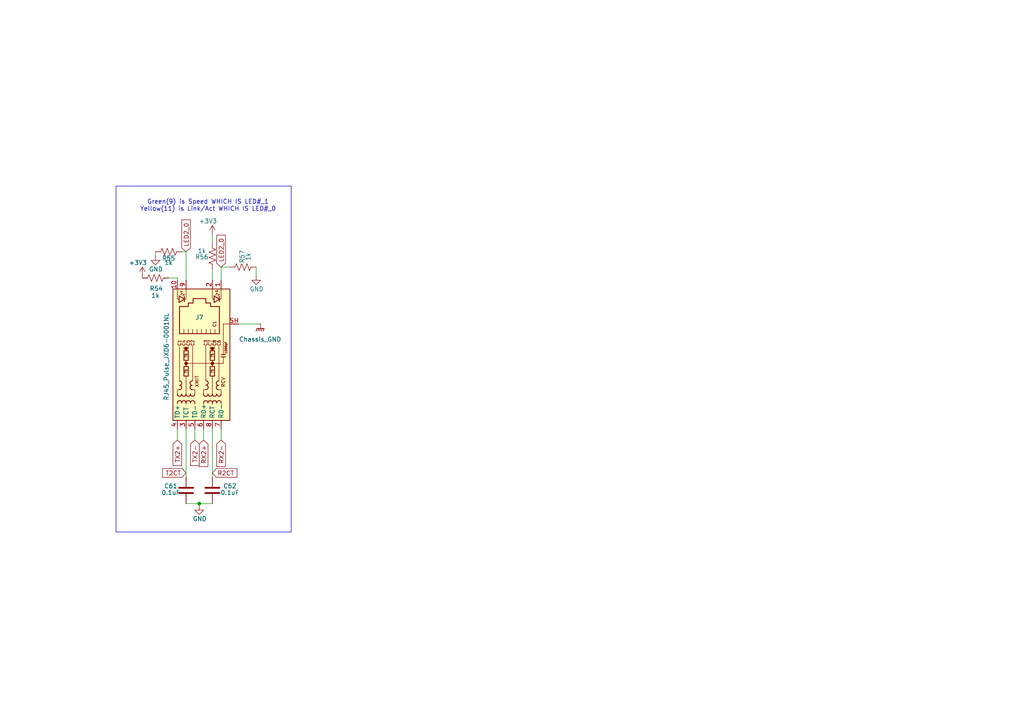
<source format=kicad_sch>
(kicad_sch (version 20250114) (generator "eeschema") (generator_version "9.0")
  (paper "A4")
  (title_block (date "2025-04-01") (rev "1") (company "Bronco Space") (comment 1 "SCALES") (comment 2 "By John Pollak"))
  (lib_symbols
    (symbol "Connector:RJ45_Pulse_JXD6-0001NL"
      (property "Reference" "J" (at 17.78 10.16 0))
      (property "Value" "RJ45_Pulse_JXD6-0001NL" (at -6.35 10.16 0))
      (symbol "RJ45_Pulse_JXD6-0001NL_0_0"
        (circle (center -1.27 5.08) (radius 0.0001) (stroke (width 0.508)))
        (polyline (pts (xy -1.27 5.08) (xy -1.27 -5.715)))
        (circle (center -1.27 -2.54) (radius 0.0001) (stroke (width 0.508)))
        (polyline (pts (xy 0.635 -5.08) (xy 0.635 -6.35)) (stroke (width 0.254)))
        (polyline (pts (xy 1.27 -5.08) (xy 1.27 -6.35)) (stroke (width 0.254)))
        (polyline (pts (xy 3.048 5.08) (xy 2.54 5.08)))
        (circle (center 3.048 5.08) (radius 0.0001) (stroke (width 0.508)))
        (polyline (pts (xy 3.048 -2.54) (xy 2.54 -2.54)))
        (circle (center 3.048 -2.54) (radius 0.0001) (stroke (width 0.508)))
        (polyline (pts (xy 3.683 5.715) (xy 3.048 5.715) (xy 3.048 4.445) (xy 3.683 4.445)))
        (polyline (pts (xy 3.683 -1.905) (xy 3.048 -1.905) (xy 3.048 -3.175) (xy 3.683 -3.175)))
        (polyline (pts (xy 17.399 7.112) (xy 17.399 7.62) (xy 20.32 7.62)))
        (polyline (pts (xy 17.399 -3.048) (xy 17.399 -2.54) (xy 20.32 -2.54)))
        (polyline (pts (xy 20.32 5.08) (xy 17.399 5.08) (xy 17.399 5.588)))
        (polyline (pts (xy 20.32 -5.08) (xy 17.399 -5.08) (xy 17.399 -4.572)))
        (text "XMIT" (at -8.255 1.905 0) (effects (font (size 1.016 1.016)) (justify left)))
        (text "RCV" (at -8.255 -5.715 0) (effects (font (size 1.016 1.016)) (justify left)))
        (text "C1" (at 4.699 6.985 0) (effects (font (size 0.889 0.889))))
        (text "C4" (at 4.699 5.715 0) (effects (font (size 0.889 0.889))))
        (text "C5" (at 4.699 4.445 0) (effects (font (size 0.889 0.889))))
        (text "C2" (at 4.699 3.175 0) (effects (font (size 0.889 0.889))))
        (text "C3" (at 4.699 -0.635 0) (effects (font (size 0.889 0.889))))
        (text "C7" (at 4.699 -1.905 0) (effects (font (size 0.889 0.889))))
        (text "C8" (at 4.699 -3.175 0) (effects (font (size 0.889 0.889))))
        (text "C6" (at 4.699 -4.445 0) (effects (font (size 0.889 0.889))))
        (text "C1" (at 10.16 -3.175 0) (effects (font (size 0.889 0.889))))
      )
      (symbol "RJ45_Pulse_JXD6-0001NL_0_1"
        (rectangle (start -17.78 8.89) (end 20.32 -7.62) (stroke (width 0.254)) (fill (type background)))
        (polyline (pts (xy -12.7 7.62) (xy -13.081 7.62)))
        (polyline (pts (xy -12.7 5.08) (xy -13.081 5.08)))
        (polyline (pts (xy -12.7 2.54) (xy -13.081 2.54)))
        (polyline (pts (xy -12.7 0) (xy -13.081 0)))
        (polyline (pts (xy -12.7 -2.54) (xy -13.081 -2.54)))
        (polyline (pts (xy -12.7 -5.08) (xy -13.081 -5.08)))
        (polyline (pts (xy -10.16 7.62) (xy -8.89 7.62) (xy -8.89 6.985)))
        (polyline (pts (xy -10.16 0) (xy -8.89 0) (xy -8.89 -0.635)))
        (polyline (pts (xy -8.89 3.175) (xy -8.89 2.54) (xy -10.16 2.54)))
        (polyline (pts (xy -8.89 -4.445) (xy -8.89 -5.08) (xy -10.16 -5.08)))
        (polyline (pts (xy -6.35 6.985) (xy 3.683 6.985)))
        (polyline (pts (xy -6.35 3.175) (xy 3.683 3.175)))
        (polyline (pts (xy -6.35 -4.445) (xy 3.683 -4.445)))
        (polyline (pts (xy -6.223 -0.635) (xy 3.683 -0.635)))
        (polyline (pts (xy -5.08 -2.54) (xy -10.16 -2.54)))
        (polyline (pts (xy -4.953 5.08) (xy -10.16 5.08)))
        (polyline (pts (xy -2.159 5.08) (xy -0.381 5.08)))
        (polyline (pts (xy -2.159 -2.54) (xy -0.381 -2.54)))
        (polyline (pts (xy 0.635 -5.715) (xy -1.27 -5.715)))
        (polyline (pts (xy 7.366 3.175) (xy 8.636 3.175)))
        (polyline (pts (xy 7.366 1.905) (xy 8.636 1.905)))
        (polyline (pts (xy 7.366 0.635) (xy 8.636 0.635)))
        (polyline (pts (xy 7.366 -0.762) (xy 8.636 -0.762)))
        (polyline (pts (xy 7.366 -2.032) (xy 8.636 -2.032)))
        (polyline (pts (xy 8.636 5.715) (xy 7.366 5.715)))
        (polyline (pts (xy 8.636 4.445) (xy 7.366 4.445)))
        (polyline (pts (xy 8.636 -3.302) (xy 7.366 -3.302)))
        (polyline (pts (xy 10.16 -5.715) (xy 1.27 -5.715)))
        (polyline (pts (xy 10.16 -5.715) (xy 10.16 -7.62)))
      )
      (symbol "RJ45_Pulse_JXD6-0001NL_1_0"
        (text "1000pF" (at 3.302 -6.477 0) (effects (font (size 0.635 0.635))))
      )
      (symbol "RJ45_Pulse_JXD6-0001NL_1_1"
        (arc (start -12.7 0) (mid -12.0677 -0.635) (end -12.7 -1.27) (stroke (width 0.254)))
        (arc (start -12.6973 7.62) (mid -12.065 6.985) (end -12.6973 6.35) (stroke (width 0.254)))
        (arc (start -12.6973 -1.27) (mid -12.065 -1.905) (end -12.6973 -2.54) (stroke (width 0.254)))
        (arc (start -12.6973 -2.54) (mid -12.065 -3.175) (end -12.6973 -3.81) (stroke (width 0.254)))
        (arc (start -12.6973 -3.81) (mid -12.065 -4.445) (end -12.6973 -5.08) (stroke (width 0.254)))
        (arc (start -12.6946 6.35) (mid -12.0623 5.715) (end -12.6946 5.08) (stroke (width 0.254)))
        (arc (start -12.6946 5.08) (mid -12.0623 4.445) (end -12.6946 3.81) (stroke (width 0.254)))
        (arc (start -12.6946 3.81) (mid -12.0623 3.175) (end -12.6946 2.54) (stroke (width 0.254)))
        (arc (start -10.1654 6.35) (mid -10.7977 6.985) (end -10.1654 7.62) (stroke (width 0.254)))
        (arc (start -10.1654 5.08) (mid -10.7977 5.715) (end -10.1654 6.35) (stroke (width 0.254)))
        (arc (start -10.1654 3.81) (mid -10.7977 4.445) (end -10.1654 5.08) (stroke (width 0.254)))
        (arc (start -10.1654 -1.27) (mid -10.7977 -0.635) (end -10.1654 0) (stroke (width 0.254)))
        (arc (start -10.1654 -2.54) (mid -10.7977 -1.905) (end -10.1654 -1.27) (stroke (width 0.254)))
        (arc (start -10.1654 -3.81) (mid -10.7977 -3.175) (end -10.1654 -2.54) (stroke (width 0.254)))
        (arc (start -10.1627 2.54) (mid -10.795 3.175) (end -10.1627 3.81) (stroke (width 0.254)))
        (arc (start -10.1627 -5.08) (mid -10.795 -4.445) (end -10.1627 -3.81) (stroke (width 0.254)))
        (arc (start -7.62 6.9823) (mid -8.255 6.35) (end -8.89 6.9823) (stroke (width 0.254)))
        (arc (start -8.89 3.3047) (mid -8.255 3.937) (end -7.62 3.3047) (stroke (width 0.254)))
        (arc (start -8.89 -4.3153) (mid -8.255 -3.683) (end -7.62 -4.3153) (stroke (width 0.254)))
        (arc (start -7.5565 -0.7012) (mid -8.1915 -1.3335) (end -8.8265 -0.7012) (stroke (width 0.254)))
        (arc (start -6.35 6.985) (mid -6.985 6.3527) (end -7.62 6.985) (stroke (width 0.254)))
        (arc (start -7.62 3.3074) (mid -6.985 3.9397) (end -6.35 3.3074) (stroke (width 0.254)))
        (arc (start -7.62 -4.3126) (mid -6.985 -3.6803) (end -6.35 -4.3126) (stroke (width 0.254)))
        (arc (start -6.2865 -0.6985) (mid -6.9215 -1.3308) (end -7.5565 -0.6985) (stroke (width 0.254)))
        (rectangle (start -4.953 5.715) (end -2.159 4.445) (stroke (width 0.254)))
        (rectangle (start -4.953 -1.905) (end -2.159 -3.175) (stroke (width 0.254)))
        (rectangle (start -0.381 5.715) (end 2.413 4.445) (stroke (width 0.254)))
        (rectangle (start -0.381 -1.905) (end 2.413 -3.175) (stroke (width 0.254)))
        (polyline (pts (xy 7.366 -4.572) (xy 7.366 6.985) (xy 15.24 6.985) (xy 15.24 4.445) (xy 16.256 4.445) (xy 16.256 3.048) (xy 17.526 3.048) (xy 17.526 -0.635) (xy 16.256 -0.635) (xy 16.256 -2.032) (xy 15.24 -2.032) (xy 15.24 -4.572) (xy 7.366 -4.572)) (stroke (width 0.254)))
        (polyline (pts (xy 18.161 5.588) (xy 16.637 5.588)) (stroke (width 0.254)))
        (polyline (pts (xy 18.161 -4.572) (xy 16.637 -4.572)) (stroke (width 0.254)))
        (polyline (pts (xy 18.288 7.112) (xy 16.383 7.112) (xy 17.399 5.588) (xy 18.288 7.112)) (stroke (width 0.254)))
        (polyline (pts (xy 18.288 6.096) (xy 18.796 5.588) (xy 18.542 5.588)))
        (polyline (pts (xy 18.288 -3.048) (xy 16.383 -3.048) (xy 17.399 -4.572) (xy 18.288 -3.048)) (stroke (width 0.254)))
        (polyline (pts (xy 18.288 -4.064) (xy 18.796 -4.572) (xy 18.542 -4.572)))
        (polyline (pts (xy 18.542 6.731) (xy 19.05 6.223) (xy 18.796 6.223)))
        (polyline (pts (xy 18.542 -3.429) (xy 19.05 -3.937) (xy 18.796 -3.937)))
        (polyline (pts (xy 18.796 5.588) (xy 18.796 5.842)))
        (polyline (pts (xy 18.796 -4.572) (xy 18.796 -4.318)))
        (polyline (pts (xy 19.05 6.223) (xy 19.05 6.477)))
        (polyline (pts (xy 19.05 -3.937) (xy 19.05 -3.683)))
        (text "75" (at -3.556 5.08 0) (effects (font (size 0.635 0.635))))
        (text "75" (at -3.556 -2.54 0) (effects (font (size 0.635 0.635))))
        (text "75" (at 1.016 5.08 0) (effects (font (size 0.635 0.635))))
        (text "75" (at 1.016 -2.54 0) (effects (font (size 0.635 0.635))))
        (text "Y" (at 19.558 6.35 0) (effects (font (size 0.635 0.635))))
        (text "G" (at 19.685 -3.81 0) (effects (font (size 0.635 0.635))))
        (pin passive line (at -20.32 7.62 0) (length 2.54) (name "TD+") (number "4"))
        (pin passive line (at -20.32 5.08 0) (length 2.54) (name "TCT") (number "3"))
        (pin passive line (at -20.32 2.54 0) (length 2.54) (name "TD-") (number "5"))
        (pin passive line (at -20.32 0 0) (length 2.54) (name "RD+") (number "6"))
        (pin passive line (at -20.32 -2.54 0) (length 2.54) (name "RCT") (number "8"))
        (pin passive line (at -20.32 -5.08 0) (length 2.54) (name "RD-") (number "7"))
        (pin power_in line (at 10.16 -10.16 90) (length 2.54) (name "") (number "SH"))
        (pin passive line (at 22.86 7.62 180) (length 2.54) (name "") (number "10"))
        (pin passive line (at 22.86 5.08 180) (length 2.54) (name "") (number "9"))
        (pin passive line (at 22.86 -2.54 180) (length 2.54) (name "") (number "2"))
        (pin passive line (at 22.86 -5.08 180) (length 2.54) (name "") (number "1"))
      )
    )
    (symbol "Device:C" (pin_numbers (hide yes)) (pin_names (offset 0.254))
      (property "Reference" "C" (at 0.635 2.54 0))
      (property "Value" "C" (at 0.635 -2.54 0))
      (symbol "C_0_1"
        (polyline (pts (xy -2.032 0.762) (xy 2.032 0.762)) (stroke (width 0.508)))
        (polyline (pts (xy -2.032 -0.762) (xy 2.032 -0.762)) (stroke (width 0.508)))
      )
      (symbol "C_1_1"
        (pin passive line (at 0 3.81 270) (length 2.794) (name "~") (number "1"))
        (pin passive line (at 0 -3.81 90) (length 2.794) (name "~") (number "2"))
      )
    )
    (symbol "Device:R_US" (pin_numbers (hide yes)) (pin_names (offset 0))
      (property "Reference" "R" (at 2.54 0 90))
      (property "Value" "R_US" (at -2.54 0 90))
      (symbol "R_US_0_1"
        (polyline (pts (xy 0 2.286) (xy 0 2.54)))
        (polyline (pts (xy 0 2.286) (xy 1.016 1.905) (xy 0 1.524) (xy -1.016 1.143) (xy 0 0.762)))
        (polyline (pts (xy 0 0.762) (xy 1.016 0.381) (xy 0 0) (xy -1.016 -0.381) (xy 0 -0.762)))
        (polyline (pts (xy 0 -0.762) (xy 1.016 -1.143) (xy 0 -1.524) (xy -1.016 -1.905) (xy 0 -2.286)))
        (polyline (pts (xy 0 -2.286) (xy 0 -2.54)))
      )
      (symbol "R_US_1_1"
        (pin passive line (at 0 3.81 270) (length 1.27) (name "~") (number "1"))
        (pin passive line (at 0 -3.81 90) (length 1.27) (name "~") (number "2"))
      )
    )
    (symbol "power:+3V3" (power) (pin_numbers (hide yes)) (pin_names (offset 0) (hide yes))
      (property "Value" "+3V3" (at 0 3.556 0))
      (symbol "+3V3_0_1"
        (polyline (pts (xy -0.762 1.27) (xy 0 2.54)))
        (polyline (pts (xy 0 2.54) (xy 0.762 1.27)))
        (polyline (pts (xy 0 0) (xy 0 2.54)))
      )
      (symbol "+3V3_1_1"
        (pin power_in line (at 0 0 90) (length 0) (name "~") (number "1"))
      )
    )
    (symbol "power:GND" (power) (pin_numbers (hide yes)) (pin_names (offset 0) (hide yes))
      (property "Value" "GND" (at 0 -3.81 0))
      (symbol "GND_0_1"
        (polyline (pts (xy 0 0) (xy 0 -1.27) (xy 1.27 -1.27) (xy 0 -2.54) (xy -1.27 -1.27) (xy 0 -1.27)))
      )
      (symbol "GND_1_1"
        (pin power_in line (at 0 0 270) (length 0) (name "~") (number "1"))
      )
    )
    (symbol "power:GNDPWR" (power) (pin_numbers (hide yes)) (pin_names (offset 0) (hide yes))
      (property "Value" "GNDPWR" (at 0 -3.302 0))
      (symbol "GNDPWR_0_1"
        (polyline (pts (xy -1.016 -1.27) (xy -1.27 -2.032) (xy -1.27 -2.032)) (stroke (width 0.2032)))
        (polyline (pts (xy -0.508 -1.27) (xy -0.762 -2.032) (xy -0.762 -2.032)) (stroke (width 0.2032)))
        (polyline (pts (xy 0 -1.27) (xy 0 0)))
        (polyline (pts (xy 0 -1.27) (xy -0.254 -2.032) (xy -0.254 -2.032)) (stroke (width 0.2032)))
        (polyline (pts (xy 0.508 -1.27) (xy 0.254 -2.032) (xy 0.254 -2.032)) (stroke (width 0.2032)))
        (polyline (pts (xy 1.016 -1.27) (xy -1.016 -1.27) (xy -1.016 -1.27)) (stroke (width 0.2032)))
        (polyline (pts (xy 1.016 -1.27) (xy 0.762 -2.032) (xy 0.762 -2.032) (xy 0.762 -2.032)) (stroke (width 0.2032)))
      )
      (symbol "GNDPWR_1_1"
        (pin power_in line (at 0 0 270) (length 0) (name "~") (number "1"))
      )
    )
  )
  (rectangle (start 33.655 53.975) (end 84.455 154.305))
  (text "Green(9) is Speed WHICH IS LED#_1\nYellow(11) is Link/Act WHICH IS LED#_0\n" (at 60.325 59.69 0) (effects (font (size 1.27 1.27))))
  (junction (at 57.785 146.05))
  (wire (pts (xy 56.515 127.635) (xy 56.515 124.46)))
  (wire (pts (xy 41.275 80.01) (xy 41.275 80.645)))
  (wire (pts (xy 45.085 73.025) (xy 45.085 74.295)))
  (wire (pts (xy 61.595 124.46) (xy 61.595 138.43)))
  (wire (pts (xy 64.135 77.47) (xy 66.675 77.47)))
  (wire (pts (xy 53.975 146.05) (xy 57.785 146.05)))
  (wire (pts (xy 51.435 80.645) (xy 51.435 81.28)))
  (wire (pts (xy 51.435 127.635) (xy 51.435 124.46)))
  (wire (pts (xy 74.295 77.47) (xy 74.295 80.01)))
  (wire (pts (xy 53.975 73.025) (xy 53.975 81.28)))
  (wire (pts (xy 59.055 127.635) (xy 59.055 124.46)))
  (wire (pts (xy 52.705 73.025) (xy 53.975 73.025)))
  (wire (pts (xy 48.895 80.645) (xy 51.435 80.645)))
  (wire (pts (xy 69.215 93.98) (xy 75.565 93.98)))
  (wire (pts (xy 61.595 67.945) (xy 61.595 70.485)))
  (wire (pts (xy 57.785 146.05) (xy 61.595 146.05)))
  (wire (pts (xy 64.135 81.28) (xy 64.135 77.47)))
  (wire (pts (xy 57.785 146.05) (xy 57.785 146.685)))
  (wire (pts (xy 64.135 127.635) (xy 64.135 124.46)))
  (wire (pts (xy 61.595 78.105) (xy 61.595 81.28)))
  (wire (pts (xy 53.975 124.46) (xy 53.975 138.43)))
  (global_label "T2CT" (shape input) (at 53.975 137.16 180) (property "Intersheetrefs" "${INTERSHEET_REFS}" (effects (hide yes))))
  (global_label "LED2_0" (shape input) (at 64.135 77.47 90) (property "Intersheetrefs" "${INTERSHEET_REFS}" (effects (hide yes))))
  (global_label "TX2-" (shape input) (at 56.515 127.635 270) (property "Intersheetrefs" "${INTERSHEET_REFS}" (effects (hide yes))))
  (global_label "LED2_0" (shape input) (at 53.975 73.025 90) (property "Intersheetrefs" "${INTERSHEET_REFS}" (effects (hide yes))))
  (global_label "R2CT" (shape input) (at 61.595 137.16 0) (property "Intersheetrefs" "${INTERSHEET_REFS}" (effects (hide yes))))
  (global_label "TX2+" (shape input) (at 51.435 127.635 270) (property "Intersheetrefs" "${INTERSHEET_REFS}" (effects (hide yes))))
  (global_label "RX2+" (shape input) (at 59.055 127.635 270) (property "Intersheetrefs" "${INTERSHEET_REFS}" (effects (hide yes))))
  (global_label "RX2-" (shape input) (at 64.135 127.635 270) (property "Intersheetrefs" "${INTERSHEET_REFS}" (effects (hide yes))))
  (symbol (lib_id "power:GND") (at 57.785 146.685 0) (unit 1)
    (property "Reference" "#PWR0143" (effects (hide yes)))
    (property "Value" "GND" (at 55.88 150.495 0) (effects (justify left)))
    (property "Description" "Power symbol creates a global label with name \"GND\" , ground" (effects (hide yes)))
  )
  (symbol (lib_id "Device:R_US") (at 48.895 73.025 270) (unit 1)
    (property "Reference" "R55" (at 48.895 74.93 90))
    (property "Value" "1k" (at 48.895 76.2 90))
    (property "Footprint" "Resistor_SMD:R_0603_1608Metric" (effects (hide yes)))
    (property "Description" "Resistor, US symbol" (effects (hide yes)))
  )
  (symbol (lib_id "power:GNDPWR") (at 75.565 93.98 0) (unit 1)
    (property "Reference" "#PWR0146" (effects (hide yes)))
    (property "Value" "Chassis_GND" (at 75.438 98.425 0))
    (property "Description" "Power symbol creates a global label with name \"GNDPWR\" , global ground" (effects (hide yes)))
  )
  (symbol (lib_id "power:GND") (at 74.295 80.01 0) (unit 1)
    (property "Reference" "#PWR0145" (effects (hide yes)))
    (property "Value" "GND" (at 72.39 83.82 0) (effects (justify left)))
    (property "Description" "Power symbol creates a global label with name \"GND\" , ground" (effects (hide yes)))
  )
  (symbol (lib_id "Device:R_US") (at 45.085 80.645 270) (unit 1)
    (property "Reference" "R54" (at 45.339 83.693 90))
    (property "Value" "1k" (at 45.085 85.725 90))
    (property "Footprint" "Resistor_SMD:R_0603_1608Metric" (effects (hide yes)))
    (property "Description" "Resistor, US symbol" (effects (hide yes)))
  )
  (symbol (lib_id "Device:R_US") (at 70.485 77.47 90) (unit 1)
    (property "Reference" "R57" (at 70.231 74.422 0))
    (property "Value" "1k" (at 72.009 74.422 0))
    (property "Footprint" "Resistor_SMD:R_0603_1608Metric" (effects (hide yes)))
    (property "Description" "Resistor, US symbol" (effects (hide yes)))
  )
  (symbol (lib_id "power:GND") (at 45.085 74.295 0) (unit 1)
    (property "Reference" "#PWR0142" (effects (hide yes)))
    (property "Value" "GND" (at 43.18 78.105 0) (effects (justify left)))
    (property "Description" "Power symbol creates a global label with name \"GND\" , ground" (effects (hide yes)))
  )
  (symbol (lib_id "Device:C") (at 53.975 142.24 0) (unit 1)
    (property "Reference" "C61" (at 49.53 140.97 0))
    (property "Value" "0.1uF" (at 49.53 142.875 0))
    (property "Footprint" "Capacitor_SMD:C_0402_1005Metric" (effects (hide yes)))
    (property "Description" "Unpolarized capacitor" (effects (hide yes)))
  )
  (symbol (lib_id "Device:C") (at 61.595 142.24 0) (unit 1)
    (property "Reference" "C62" (at 66.675 140.97 0))
    (property "Value" "0.1uF" (at 66.675 142.875 0))
    (property "Footprint" "Capacitor_SMD:C_0402_1005Metric" (effects (hide yes)))
    (property "Description" "Unpolarized capacitor" (effects (hide yes)))
  )
  (symbol (lib_id "power:+3V3") (at 61.595 67.945 0) (unit 1)
    (property "Reference" "#PWR0144" (effects (hide yes)))
    (property "Value" "+3V3" (at 60.325 64.135 0))
    (property "Description" "Power symbol creates a global label with name \"+3V3\"" (effects (hide yes)))
  )
  (symbol (lib_id "Device:R_US") (at 61.595 74.295 180) (unit 1)
    (property "Reference" "R56" (at 58.547 74.549 0))
    (property "Value" "1k" (at 58.547 72.771 0))
    (property "Footprint" "Resistor_SMD:R_0603_1608Metric" (effects (hide yes)))
    (property "Description" "Resistor, US symbol" (effects (hide yes)))
  )
  (symbol (lib_id "power:+3V3") (at 41.275 80.01 0) (unit 1)
    (property "Reference" "#PWR0141" (effects (hide yes)))
    (property "Value" "+3V3" (at 40.005 76.2 0))
    (property "Description" "Power symbol creates a global label with name \"+3V3\"" (effects (hide yes)))
  )
  (symbol (lib_id "Connector:RJ45_Pulse_JXD6-0001NL") (at 59.055 104.14 90) (unit 1)
    (property "Reference" "J7" (at 59.055 92.075 90) (effects (justify left)))
    (property "Value" "RJ45_Pulse_JXD6-0001NL" (at 48.26 116.205 0) (effects (justify left)))
    (property "Footprint" "Connector_RJ:RJ45_Pulse_JXD6-0001NL_Horizontal" (effects (hide yes)))
    (property "Datasheet" "https://productfinder.pulseeng.com/doc_type/WEB301/doc_num/JXD6-0001NL/doc_part/JXD6-0001NL.pdf" (effects (hide yes)))
    (property "Description" "LAN Transformer Jack, RJ45, 10/100 BaseT" (effects (hide yes)))
    (property "LCSC link" "https://lcsc.com/product-detail/Ethernet-Connectors-Modular-Connectors-RJ45-RJ11_Pulse-Elec-JXD6-0001NL_C5359047.html?s_z=n_C5359047" (effects (hide yes)))
  )
)
</source>
